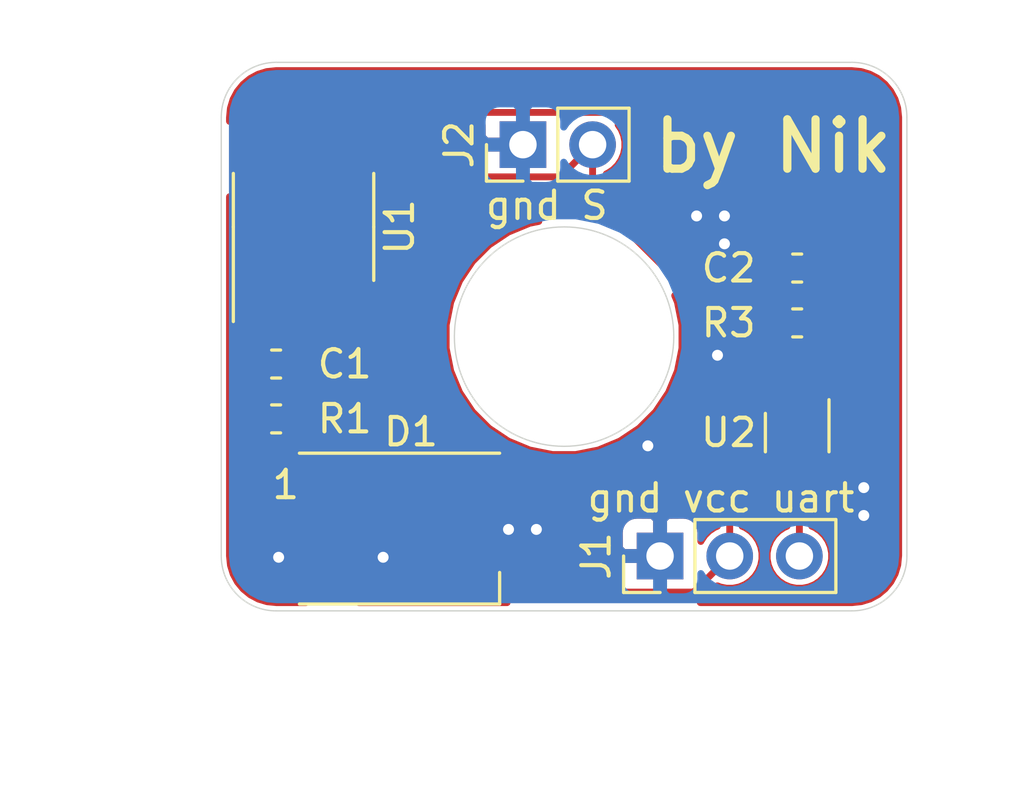
<source format=kicad_pcb>
(kicad_pcb (version 20171130) (host pcbnew 5.1.5)

  (general
    (thickness 1.6)
    (drawings 22)
    (tracks 92)
    (zones 0)
    (modules 9)
    (nets 10)
  )

  (page A4)
  (layers
    (0 F.Cu signal)
    (31 B.Cu signal)
    (32 B.Adhes user)
    (33 F.Adhes user)
    (34 B.Paste user)
    (35 F.Paste user)
    (36 B.SilkS user)
    (37 F.SilkS user)
    (38 B.Mask user)
    (39 F.Mask user)
    (40 Dwgs.User user)
    (41 Cmts.User user)
    (42 Eco1.User user)
    (43 Eco2.User user)
    (44 Edge.Cuts user)
    (45 Margin user)
    (46 B.CrtYd user)
    (47 F.CrtYd user)
    (48 B.Fab user)
    (49 F.Fab user hide)
  )

  (setup
    (last_trace_width 0.25)
    (user_trace_width 0.5)
    (user_trace_width 1)
    (trace_clearance 0.2)
    (zone_clearance 0.15)
    (zone_45_only no)
    (trace_min 0.2)
    (via_size 0.8)
    (via_drill 0.4)
    (via_min_size 0.4)
    (via_min_drill 0.3)
    (uvia_size 0.3)
    (uvia_drill 0.1)
    (uvias_allowed no)
    (uvia_min_size 0.2)
    (uvia_min_drill 0.1)
    (edge_width 0.05)
    (segment_width 0.2)
    (pcb_text_width 0.3)
    (pcb_text_size 1.5 1.5)
    (mod_edge_width 0.12)
    (mod_text_size 1 1)
    (mod_text_width 0.15)
    (pad_size 1.524 1.524)
    (pad_drill 0.762)
    (pad_to_mask_clearance 0.051)
    (solder_mask_min_width 0.25)
    (aux_axis_origin 0 0)
    (visible_elements FFFFFF7F)
    (pcbplotparams
      (layerselection 0x010fc_ffffffff)
      (usegerberextensions false)
      (usegerberattributes false)
      (usegerberadvancedattributes false)
      (creategerberjobfile false)
      (excludeedgelayer true)
      (linewidth 0.100000)
      (plotframeref false)
      (viasonmask false)
      (mode 1)
      (useauxorigin false)
      (hpglpennumber 1)
      (hpglpenspeed 20)
      (hpglpendiameter 15.000000)
      (psnegative false)
      (psa4output false)
      (plotreference true)
      (plotvalue true)
      (plotinvisibletext false)
      (padsonsilk false)
      (subtractmaskfromsilk false)
      (outputformat 1)
      (mirror false)
      (drillshape 0)
      (scaleselection 1)
      (outputdirectory "gerber/"))
  )

  (net 0 "")
  (net 1 VCC)
  (net 2 UART)
  (net 3 SENS+)
  (net 4 "Net-(R1-Pad2)")
  (net 5 "Net-(U1-Pad7)")
  (net 6 "Net-(U1-Pad3)")
  (net 7 "Net-(U1-Pad2)")
  (net 8 "Net-(D1-Pad4)")
  (net 9 GND)

  (net_class Default "This is the default net class."
    (clearance 0.2)
    (trace_width 0.25)
    (via_dia 0.8)
    (via_drill 0.4)
    (uvia_dia 0.3)
    (uvia_drill 0.1)
    (add_net GND)
    (add_net "Net-(D1-Pad4)")
    (add_net "Net-(R1-Pad2)")
    (add_net "Net-(U1-Pad2)")
    (add_net "Net-(U1-Pad3)")
    (add_net "Net-(U1-Pad7)")
    (add_net SENS+)
    (add_net UART)
    (add_net VCC)
  )

  (module Capacitor_SMD:C_0603_1608Metric (layer F.Cu) (tedit 5B301BBE) (tstamp 5DD9E478)
    (at 120 103.5 180)
    (descr "Capacitor SMD 0603 (1608 Metric), square (rectangular) end terminal, IPC_7351 nominal, (Body size source: http://www.tortai-tech.com/upload/download/2011102023233369053.pdf), generated with kicad-footprint-generator")
    (tags capacitor)
    (path /5DDEF0D3)
    (attr smd)
    (fp_text reference C2 (at 2.5 0) (layer F.SilkS)
      (effects (font (size 1 1) (thickness 0.15)))
    )
    (fp_text value C (at 0 1.43) (layer F.Fab)
      (effects (font (size 1 1) (thickness 0.15)))
    )
    (fp_line (start -0.8 0.4) (end -0.8 -0.4) (layer F.Fab) (width 0.1))
    (fp_line (start -0.8 -0.4) (end 0.8 -0.4) (layer F.Fab) (width 0.1))
    (fp_line (start 0.8 -0.4) (end 0.8 0.4) (layer F.Fab) (width 0.1))
    (fp_line (start 0.8 0.4) (end -0.8 0.4) (layer F.Fab) (width 0.1))
    (fp_line (start -0.162779 -0.51) (end 0.162779 -0.51) (layer F.SilkS) (width 0.12))
    (fp_line (start -0.162779 0.51) (end 0.162779 0.51) (layer F.SilkS) (width 0.12))
    (fp_line (start -1.48 0.73) (end -1.48 -0.73) (layer F.CrtYd) (width 0.05))
    (fp_line (start -1.48 -0.73) (end 1.48 -0.73) (layer F.CrtYd) (width 0.05))
    (fp_line (start 1.48 -0.73) (end 1.48 0.73) (layer F.CrtYd) (width 0.05))
    (fp_line (start 1.48 0.73) (end -1.48 0.73) (layer F.CrtYd) (width 0.05))
    (fp_text user %R (at 0 0) (layer F.Fab)
      (effects (font (size 0.4 0.4) (thickness 0.06)))
    )
    (pad 1 smd roundrect (at -0.7875 0 180) (size 0.875 0.95) (layers F.Cu F.Paste F.Mask) (roundrect_rratio 0.25)
      (net 1 VCC))
    (pad 2 smd roundrect (at 0.7875 0 180) (size 0.875 0.95) (layers F.Cu F.Paste F.Mask) (roundrect_rratio 0.25)
      (net 9 GND))
    (model ${KISYS3DMOD}/Capacitor_SMD.3dshapes/C_0603_1608Metric.wrl
      (at (xyz 0 0 0))
      (scale (xyz 1 1 1))
      (rotate (xyz 0 0 0))
    )
  )

  (module LED_SMD:LED_WS2812B_PLCC4_5.0x5.0mm_P3.2mm (layer F.Cu) (tedit 5AA4B285) (tstamp 5DD9DBE7)
    (at 105.5 113)
    (descr https://cdn-shop.adafruit.com/datasheets/WS2812B.pdf)
    (tags "LED RGB NeoPixel")
    (path /5DDE4B29)
    (attr smd)
    (fp_text reference D1 (at 0.418 -3.526) (layer F.SilkS)
      (effects (font (size 1 1) (thickness 0.15)))
    )
    (fp_text value neopx (at 0 4) (layer F.Fab)
      (effects (font (size 1 1) (thickness 0.15)))
    )
    (fp_text user 1 (at -4.15 -1.6) (layer F.SilkS)
      (effects (font (size 1 1) (thickness 0.15)))
    )
    (fp_text user %R (at 0 0) (layer F.Fab)
      (effects (font (size 0.8 0.8) (thickness 0.15)))
    )
    (fp_line (start 3.45 -2.75) (end -3.45 -2.75) (layer F.CrtYd) (width 0.05))
    (fp_line (start 3.45 2.75) (end 3.45 -2.75) (layer F.CrtYd) (width 0.05))
    (fp_line (start -3.45 2.75) (end 3.45 2.75) (layer F.CrtYd) (width 0.05))
    (fp_line (start -3.45 -2.75) (end -3.45 2.75) (layer F.CrtYd) (width 0.05))
    (fp_line (start 2.5 1.5) (end 1.5 2.5) (layer F.Fab) (width 0.1))
    (fp_line (start -2.5 -2.5) (end -2.5 2.5) (layer F.Fab) (width 0.1))
    (fp_line (start -2.5 2.5) (end 2.5 2.5) (layer F.Fab) (width 0.1))
    (fp_line (start 2.5 2.5) (end 2.5 -2.5) (layer F.Fab) (width 0.1))
    (fp_line (start 2.5 -2.5) (end -2.5 -2.5) (layer F.Fab) (width 0.1))
    (fp_line (start -3.65 -2.75) (end 3.65 -2.75) (layer F.SilkS) (width 0.12))
    (fp_line (start -3.65 2.75) (end 3.65 2.75) (layer F.SilkS) (width 0.12))
    (fp_line (start 3.65 2.75) (end 3.65 1.6) (layer F.SilkS) (width 0.12))
    (fp_circle (center 0 0) (end 0 -2) (layer F.Fab) (width 0.1))
    (pad 3 smd rect (at 2.45 1.6) (size 1.5 1) (layers F.Cu F.Paste F.Mask)
      (net 1 VCC))
    (pad 4 smd rect (at 2.45 -1.6) (size 1.5 1) (layers F.Cu F.Paste F.Mask)
      (net 8 "Net-(D1-Pad4)"))
    (pad 2 smd rect (at -2.45 1.6) (size 1.5 1) (layers F.Cu F.Paste F.Mask)
      (net 9 GND))
    (pad 1 smd rect (at -2.45 -1.6) (size 1.5 1) (layers F.Cu F.Paste F.Mask))
    (model ${KISYS3DMOD}/LED_SMD.3dshapes/LED_WS2812B_PLCC4_5.0x5.0mm_P3.2mm.wrl
      (at (xyz 0 0 0))
      (scale (xyz 1 1 1))
      (rotate (xyz 0 0 0))
    )
  )

  (module Capacitor_SMD:C_0603_1608Metric (layer F.Cu) (tedit 5B301BBE) (tstamp 5DD9DBD0)
    (at 101 107)
    (descr "Capacitor SMD 0603 (1608 Metric), square (rectangular) end terminal, IPC_7351 nominal, (Body size source: http://www.tortai-tech.com/upload/download/2011102023233369053.pdf), generated with kicad-footprint-generator")
    (tags capacitor)
    (path /5DDE6C23)
    (attr smd)
    (fp_text reference C1 (at 2.5 0) (layer F.SilkS)
      (effects (font (size 1 1) (thickness 0.15)))
    )
    (fp_text value C (at 0 1.43) (layer F.Fab)
      (effects (font (size 1 1) (thickness 0.15)))
    )
    (fp_line (start -0.8 0.4) (end -0.8 -0.4) (layer F.Fab) (width 0.1))
    (fp_line (start -0.8 -0.4) (end 0.8 -0.4) (layer F.Fab) (width 0.1))
    (fp_line (start 0.8 -0.4) (end 0.8 0.4) (layer F.Fab) (width 0.1))
    (fp_line (start 0.8 0.4) (end -0.8 0.4) (layer F.Fab) (width 0.1))
    (fp_line (start -0.162779 -0.51) (end 0.162779 -0.51) (layer F.SilkS) (width 0.12))
    (fp_line (start -0.162779 0.51) (end 0.162779 0.51) (layer F.SilkS) (width 0.12))
    (fp_line (start -1.48 0.73) (end -1.48 -0.73) (layer F.CrtYd) (width 0.05))
    (fp_line (start -1.48 -0.73) (end 1.48 -0.73) (layer F.CrtYd) (width 0.05))
    (fp_line (start 1.48 -0.73) (end 1.48 0.73) (layer F.CrtYd) (width 0.05))
    (fp_line (start 1.48 0.73) (end -1.48 0.73) (layer F.CrtYd) (width 0.05))
    (fp_text user %R (at 0 0) (layer F.Fab)
      (effects (font (size 0.4 0.4) (thickness 0.06)))
    )
    (pad 1 smd roundrect (at -0.7875 0) (size 0.875 0.95) (layers F.Cu F.Paste F.Mask) (roundrect_rratio 0.25)
      (net 1 VCC))
    (pad 2 smd roundrect (at 0.7875 0) (size 0.875 0.95) (layers F.Cu F.Paste F.Mask) (roundrect_rratio 0.25)
      (net 9 GND))
    (model ${KISYS3DMOD}/Capacitor_SMD.3dshapes/C_0603_1608Metric.wrl
      (at (xyz 0 0 0))
      (scale (xyz 1 1 1))
      (rotate (xyz 0 0 0))
    )
  )

  (module Package_TO_SOT_SMD:SOT-363_SC-70-6 (layer F.Cu) (tedit 5A02FF57) (tstamp 5DD9D83A)
    (at 120 109.5 270)
    (descr "SOT-363, SC-70-6")
    (tags "SOT-363 SC-70-6")
    (path /5DD8382C)
    (attr smd)
    (fp_text reference U2 (at 0 2.5 180) (layer F.SilkS)
      (effects (font (size 1 1) (thickness 0.15)))
    )
    (fp_text value FSA3157P6X (at 0 2 270) (layer F.Fab)
      (effects (font (size 1 1) (thickness 0.15)))
    )
    (fp_text user %R (at 0 0) (layer F.Fab)
      (effects (font (size 0.5 0.5) (thickness 0.075)))
    )
    (fp_line (start 0.7 -1.16) (end -1.2 -1.16) (layer F.SilkS) (width 0.12))
    (fp_line (start -0.7 1.16) (end 0.7 1.16) (layer F.SilkS) (width 0.12))
    (fp_line (start 1.6 1.4) (end 1.6 -1.4) (layer F.CrtYd) (width 0.05))
    (fp_line (start -1.6 -1.4) (end -1.6 1.4) (layer F.CrtYd) (width 0.05))
    (fp_line (start -1.6 -1.4) (end 1.6 -1.4) (layer F.CrtYd) (width 0.05))
    (fp_line (start 0.675 -1.1) (end -0.175 -1.1) (layer F.Fab) (width 0.1))
    (fp_line (start -0.675 -0.6) (end -0.675 1.1) (layer F.Fab) (width 0.1))
    (fp_line (start -1.6 1.4) (end 1.6 1.4) (layer F.CrtYd) (width 0.05))
    (fp_line (start 0.675 -1.1) (end 0.675 1.1) (layer F.Fab) (width 0.1))
    (fp_line (start 0.675 1.1) (end -0.675 1.1) (layer F.Fab) (width 0.1))
    (fp_line (start -0.175 -1.1) (end -0.675 -0.6) (layer F.Fab) (width 0.1))
    (pad 1 smd rect (at -0.95 -0.65 270) (size 0.65 0.4) (layers F.Cu F.Paste F.Mask)
      (net 7 "Net-(U1-Pad2)"))
    (pad 3 smd rect (at -0.95 0.65 270) (size 0.65 0.4) (layers F.Cu F.Paste F.Mask)
      (net 6 "Net-(U1-Pad3)"))
    (pad 5 smd rect (at 0.95 0 270) (size 0.65 0.4) (layers F.Cu F.Paste F.Mask)
      (net 1 VCC))
    (pad 2 smd rect (at -0.95 0 270) (size 0.65 0.4) (layers F.Cu F.Paste F.Mask)
      (net 9 GND))
    (pad 4 smd rect (at 0.95 0.65 270) (size 0.65 0.4) (layers F.Cu F.Paste F.Mask)
      (net 2 UART))
    (pad 6 smd rect (at 0.95 -0.65 270) (size 0.65 0.4) (layers F.Cu F.Paste F.Mask)
      (net 5 "Net-(U1-Pad7)"))
    (model ${KISYS3DMOD}/Package_TO_SOT_SMD.3dshapes/SOT-363_SC-70-6.wrl
      (at (xyz 0 0 0))
      (scale (xyz 1 1 1))
      (rotate (xyz 0 0 0))
    )
  )

  (module Package_SO:SOIC-8_3.9x4.9mm_P1.27mm (layer F.Cu) (tedit 5D9F72B1) (tstamp 5DD9D824)
    (at 102 102 90)
    (descr "SOIC, 8 Pin (JEDEC MS-012AA, https://www.analog.com/media/en/package-pcb-resources/package/pkg_pdf/soic_narrow-r/r_8.pdf), generated with kicad-footprint-generator ipc_gullwing_generator.py")
    (tags "SOIC SO")
    (path /5DD81A21)
    (attr smd)
    (fp_text reference U1 (at 0 3.5 90) (layer F.SilkS)
      (effects (font (size 1 1) (thickness 0.15)))
    )
    (fp_text value ATtiny202-SS (at 0 3.4 90) (layer F.Fab)
      (effects (font (size 1 1) (thickness 0.15)))
    )
    (fp_line (start 0 2.56) (end 1.95 2.56) (layer F.SilkS) (width 0.12))
    (fp_line (start 0 2.56) (end -1.95 2.56) (layer F.SilkS) (width 0.12))
    (fp_line (start 0 -2.56) (end 1.95 -2.56) (layer F.SilkS) (width 0.12))
    (fp_line (start 0 -2.56) (end -3.45 -2.56) (layer F.SilkS) (width 0.12))
    (fp_line (start -0.975 -2.45) (end 1.95 -2.45) (layer F.Fab) (width 0.1))
    (fp_line (start 1.95 -2.45) (end 1.95 2.45) (layer F.Fab) (width 0.1))
    (fp_line (start 1.95 2.45) (end -1.95 2.45) (layer F.Fab) (width 0.1))
    (fp_line (start -1.95 2.45) (end -1.95 -1.475) (layer F.Fab) (width 0.1))
    (fp_line (start -1.95 -1.475) (end -0.975 -2.45) (layer F.Fab) (width 0.1))
    (fp_line (start -3.7 -2.7) (end -3.7 2.7) (layer F.CrtYd) (width 0.05))
    (fp_line (start -3.7 2.7) (end 3.7 2.7) (layer F.CrtYd) (width 0.05))
    (fp_line (start 3.7 2.7) (end 3.7 -2.7) (layer F.CrtYd) (width 0.05))
    (fp_line (start 3.7 -2.7) (end -3.7 -2.7) (layer F.CrtYd) (width 0.05))
    (fp_text user %R (at 0 0 90) (layer F.Fab)
      (effects (font (size 0.98 0.98) (thickness 0.15)))
    )
    (pad 1 smd roundrect (at -2.475 -1.905 90) (size 1.95 0.6) (layers F.Cu F.Paste F.Mask) (roundrect_rratio 0.25)
      (net 1 VCC))
    (pad 2 smd roundrect (at -2.475 -0.635 90) (size 1.95 0.6) (layers F.Cu F.Paste F.Mask) (roundrect_rratio 0.25)
      (net 7 "Net-(U1-Pad2)"))
    (pad 3 smd roundrect (at -2.475 0.635 90) (size 1.95 0.6) (layers F.Cu F.Paste F.Mask) (roundrect_rratio 0.25)
      (net 6 "Net-(U1-Pad3)"))
    (pad 4 smd roundrect (at -2.475 1.905 90) (size 1.95 0.6) (layers F.Cu F.Paste F.Mask) (roundrect_rratio 0.25)
      (net 8 "Net-(D1-Pad4)"))
    (pad 5 smd roundrect (at 2.475 1.905 90) (size 1.95 0.6) (layers F.Cu F.Paste F.Mask) (roundrect_rratio 0.25)
      (net 3 SENS+))
    (pad 6 smd roundrect (at 2.475 0.635 90) (size 1.95 0.6) (layers F.Cu F.Paste F.Mask) (roundrect_rratio 0.25)
      (net 4 "Net-(R1-Pad2)"))
    (pad 7 smd roundrect (at 2.475 -0.635 90) (size 1.95 0.6) (layers F.Cu F.Paste F.Mask) (roundrect_rratio 0.25)
      (net 5 "Net-(U1-Pad7)"))
    (pad 8 smd roundrect (at 2.475 -1.905 90) (size 1.95 0.6) (layers F.Cu F.Paste F.Mask) (roundrect_rratio 0.25)
      (net 9 GND))
    (model ${KISYS3DMOD}/Package_SO.3dshapes/SOIC-8_3.9x4.9mm_P1.27mm.wrl
      (at (xyz 0 0 0))
      (scale (xyz 1 1 1))
      (rotate (xyz 0 0 0))
    )
  )

  (module Resistor_SMD:R_0603_1608Metric (layer F.Cu) (tedit 5B301BBD) (tstamp 5DD9D80A)
    (at 120 105.5 180)
    (descr "Resistor SMD 0603 (1608 Metric), square (rectangular) end terminal, IPC_7351 nominal, (Body size source: http://www.tortai-tech.com/upload/download/2011102023233369053.pdf), generated with kicad-footprint-generator")
    (tags resistor)
    (path /5DDA62F9)
    (attr smd)
    (fp_text reference R3 (at 2.5 0) (layer F.SilkS)
      (effects (font (size 1 1) (thickness 0.15)))
    )
    (fp_text value 10k (at 0 1.43) (layer F.Fab)
      (effects (font (size 1 1) (thickness 0.15)))
    )
    (fp_text user %R (at 0 0) (layer F.Fab)
      (effects (font (size 0.4 0.4) (thickness 0.06)))
    )
    (fp_line (start 1.48 0.73) (end -1.48 0.73) (layer F.CrtYd) (width 0.05))
    (fp_line (start 1.48 -0.73) (end 1.48 0.73) (layer F.CrtYd) (width 0.05))
    (fp_line (start -1.48 -0.73) (end 1.48 -0.73) (layer F.CrtYd) (width 0.05))
    (fp_line (start -1.48 0.73) (end -1.48 -0.73) (layer F.CrtYd) (width 0.05))
    (fp_line (start -0.162779 0.51) (end 0.162779 0.51) (layer F.SilkS) (width 0.12))
    (fp_line (start -0.162779 -0.51) (end 0.162779 -0.51) (layer F.SilkS) (width 0.12))
    (fp_line (start 0.8 0.4) (end -0.8 0.4) (layer F.Fab) (width 0.1))
    (fp_line (start 0.8 -0.4) (end 0.8 0.4) (layer F.Fab) (width 0.1))
    (fp_line (start -0.8 -0.4) (end 0.8 -0.4) (layer F.Fab) (width 0.1))
    (fp_line (start -0.8 0.4) (end -0.8 -0.4) (layer F.Fab) (width 0.1))
    (pad 2 smd roundrect (at 0.7875 0 180) (size 0.875 0.95) (layers F.Cu F.Paste F.Mask) (roundrect_rratio 0.25)
      (net 3 SENS+))
    (pad 1 smd roundrect (at -0.7875 0 180) (size 0.875 0.95) (layers F.Cu F.Paste F.Mask) (roundrect_rratio 0.25)
      (net 1 VCC))
    (model ${KISYS3DMOD}/Resistor_SMD.3dshapes/R_0603_1608Metric.wrl
      (at (xyz 0 0 0))
      (scale (xyz 1 1 1))
      (rotate (xyz 0 0 0))
    )
  )

  (module Resistor_SMD:R_0603_1608Metric (layer F.Cu) (tedit 5B301BBD) (tstamp 5DD9D7E8)
    (at 101 109)
    (descr "Resistor SMD 0603 (1608 Metric), square (rectangular) end terminal, IPC_7351 nominal, (Body size source: http://www.tortai-tech.com/upload/download/2011102023233369053.pdf), generated with kicad-footprint-generator")
    (tags resistor)
    (path /5DD95D9E)
    (attr smd)
    (fp_text reference R1 (at 2.5 0) (layer F.SilkS)
      (effects (font (size 1 1) (thickness 0.15)))
    )
    (fp_text value 10k (at 0 1.43) (layer F.Fab)
      (effects (font (size 1 1) (thickness 0.15)))
    )
    (fp_text user %R (at 0 0) (layer F.Fab)
      (effects (font (size 0.4 0.4) (thickness 0.06)))
    )
    (fp_line (start 1.48 0.73) (end -1.48 0.73) (layer F.CrtYd) (width 0.05))
    (fp_line (start 1.48 -0.73) (end 1.48 0.73) (layer F.CrtYd) (width 0.05))
    (fp_line (start -1.48 -0.73) (end 1.48 -0.73) (layer F.CrtYd) (width 0.05))
    (fp_line (start -1.48 0.73) (end -1.48 -0.73) (layer F.CrtYd) (width 0.05))
    (fp_line (start -0.162779 0.51) (end 0.162779 0.51) (layer F.SilkS) (width 0.12))
    (fp_line (start -0.162779 -0.51) (end 0.162779 -0.51) (layer F.SilkS) (width 0.12))
    (fp_line (start 0.8 0.4) (end -0.8 0.4) (layer F.Fab) (width 0.1))
    (fp_line (start 0.8 -0.4) (end 0.8 0.4) (layer F.Fab) (width 0.1))
    (fp_line (start -0.8 -0.4) (end 0.8 -0.4) (layer F.Fab) (width 0.1))
    (fp_line (start -0.8 0.4) (end -0.8 -0.4) (layer F.Fab) (width 0.1))
    (pad 2 smd roundrect (at 0.7875 0) (size 0.875 0.95) (layers F.Cu F.Paste F.Mask) (roundrect_rratio 0.25)
      (net 4 "Net-(R1-Pad2)"))
    (pad 1 smd roundrect (at -0.7875 0) (size 0.875 0.95) (layers F.Cu F.Paste F.Mask) (roundrect_rratio 0.25)
      (net 1 VCC))
    (model ${KISYS3DMOD}/Resistor_SMD.3dshapes/R_0603_1608Metric.wrl
      (at (xyz 0 0 0))
      (scale (xyz 1 1 1))
      (rotate (xyz 0 0 0))
    )
  )

  (module Connector_PinHeader_2.54mm:PinHeader_1x02_P2.54mm_Vertical (layer F.Cu) (tedit 59FED5CC) (tstamp 5DD9DF27)
    (at 110 99 90)
    (descr "Through hole straight pin header, 1x02, 2.54mm pitch, single row")
    (tags "Through hole pin header THT 1x02 2.54mm single row")
    (path /5DDAEB83)
    (fp_text reference J2 (at 0 -2.33 90) (layer F.SilkS)
      (effects (font (size 1 1) (thickness 0.15)))
    )
    (fp_text value Conn_01x02 (at 0 4.87 90) (layer F.Fab)
      (effects (font (size 1 1) (thickness 0.15)))
    )
    (fp_line (start -0.635 -1.27) (end 1.27 -1.27) (layer F.Fab) (width 0.1))
    (fp_line (start 1.27 -1.27) (end 1.27 3.81) (layer F.Fab) (width 0.1))
    (fp_line (start 1.27 3.81) (end -1.27 3.81) (layer F.Fab) (width 0.1))
    (fp_line (start -1.27 3.81) (end -1.27 -0.635) (layer F.Fab) (width 0.1))
    (fp_line (start -1.27 -0.635) (end -0.635 -1.27) (layer F.Fab) (width 0.1))
    (fp_line (start -1.33 3.87) (end 1.33 3.87) (layer F.SilkS) (width 0.12))
    (fp_line (start -1.33 1.27) (end -1.33 3.87) (layer F.SilkS) (width 0.12))
    (fp_line (start 1.33 1.27) (end 1.33 3.87) (layer F.SilkS) (width 0.12))
    (fp_line (start -1.33 1.27) (end 1.33 1.27) (layer F.SilkS) (width 0.12))
    (fp_line (start -1.33 0) (end -1.33 -1.33) (layer F.SilkS) (width 0.12))
    (fp_line (start -1.33 -1.33) (end 0 -1.33) (layer F.SilkS) (width 0.12))
    (fp_line (start -1.8 -1.8) (end -1.8 4.35) (layer F.CrtYd) (width 0.05))
    (fp_line (start -1.8 4.35) (end 1.8 4.35) (layer F.CrtYd) (width 0.05))
    (fp_line (start 1.8 4.35) (end 1.8 -1.8) (layer F.CrtYd) (width 0.05))
    (fp_line (start 1.8 -1.8) (end -1.8 -1.8) (layer F.CrtYd) (width 0.05))
    (fp_text user %R (at 0 1.27) (layer F.Fab)
      (effects (font (size 1 1) (thickness 0.15)))
    )
    (pad 1 thru_hole rect (at 0 0 90) (size 1.7 1.7) (drill 1) (layers *.Cu *.Mask)
      (net 9 GND))
    (pad 2 thru_hole oval (at 0 2.54 90) (size 1.7 1.7) (drill 1) (layers *.Cu *.Mask)
      (net 3 SENS+))
  )

  (module Connector_PinHeader_2.54mm:PinHeader_1x03_P2.54mm_Vertical (layer F.Cu) (tedit 59FED5CC) (tstamp 5DD9D7AB)
    (at 115 114 90)
    (descr "Through hole straight pin header, 1x03, 2.54mm pitch, single row")
    (tags "Through hole pin header THT 1x03 2.54mm single row")
    (path /5DDAC211)
    (fp_text reference J1 (at 0 -2.33 90) (layer F.SilkS)
      (effects (font (size 1 1) (thickness 0.15)))
    )
    (fp_text value Conn_01x03 (at 0 7.41 90) (layer F.Fab)
      (effects (font (size 1 1) (thickness 0.15)))
    )
    (fp_line (start -0.635 -1.27) (end 1.27 -1.27) (layer F.Fab) (width 0.1))
    (fp_line (start 1.27 -1.27) (end 1.27 6.35) (layer F.Fab) (width 0.1))
    (fp_line (start 1.27 6.35) (end -1.27 6.35) (layer F.Fab) (width 0.1))
    (fp_line (start -1.27 6.35) (end -1.27 -0.635) (layer F.Fab) (width 0.1))
    (fp_line (start -1.27 -0.635) (end -0.635 -1.27) (layer F.Fab) (width 0.1))
    (fp_line (start -1.33 6.41) (end 1.33 6.41) (layer F.SilkS) (width 0.12))
    (fp_line (start -1.33 1.27) (end -1.33 6.41) (layer F.SilkS) (width 0.12))
    (fp_line (start 1.33 1.27) (end 1.33 6.41) (layer F.SilkS) (width 0.12))
    (fp_line (start -1.33 1.27) (end 1.33 1.27) (layer F.SilkS) (width 0.12))
    (fp_line (start -1.33 0) (end -1.33 -1.33) (layer F.SilkS) (width 0.12))
    (fp_line (start -1.33 -1.33) (end 0 -1.33) (layer F.SilkS) (width 0.12))
    (fp_line (start -1.8 -1.8) (end -1.8 6.85) (layer F.CrtYd) (width 0.05))
    (fp_line (start -1.8 6.85) (end 1.8 6.85) (layer F.CrtYd) (width 0.05))
    (fp_line (start 1.8 6.85) (end 1.8 -1.8) (layer F.CrtYd) (width 0.05))
    (fp_line (start 1.8 -1.8) (end -1.8 -1.8) (layer F.CrtYd) (width 0.05))
    (fp_text user %R (at 0 2.54) (layer F.Fab)
      (effects (font (size 1 1) (thickness 0.15)))
    )
    (pad 1 thru_hole rect (at 0 0 90) (size 1.7 1.7) (drill 1) (layers *.Cu *.Mask)
      (net 9 GND))
    (pad 2 thru_hole oval (at 0 2.54 90) (size 1.7 1.7) (drill 1) (layers *.Cu *.Mask)
      (net 1 VCC))
    (pad 3 thru_hole oval (at 0 5.08 90) (size 1.7 1.7) (drill 1) (layers *.Cu *.Mask)
      (net 2 UART))
  )

  (gr_text "gnd vcc uart" (at 117.221 111.887) (layer F.SilkS)
    (effects (font (size 1 1) (thickness 0.15)))
  )
  (gr_text "gnd S" (at 110.871 101.219) (layer F.SilkS)
    (effects (font (size 1 1) (thickness 0.15)))
  )
  (gr_text "by Nik" (at 119.126 99.06) (layer F.SilkS)
    (effects (font (size 1.8 1.8) (thickness 0.3)))
  )
  (gr_circle (center 111.5 106) (end 111.5 110) (layer Edge.Cuts) (width 0.05))
  (gr_circle (center 111.5 106) (end 111.5 110) (layer Margin) (width 0.15))
  (gr_arc (start 101 98) (end 99.211147 97.105574) (angle -26.56505118) (layer Margin) (width 0.15))
  (gr_arc (start 101 98) (end 101 96) (angle -63.43494882) (layer Margin) (width 0.15))
  (gr_arc (start 101 114) (end 99 114) (angle -90) (layer Margin) (width 0.15))
  (gr_arc (start 122 114) (end 122 116) (angle -90) (layer Margin) (width 0.15))
  (gr_arc (start 122 98) (end 124 98) (angle -90) (layer Margin) (width 0.15))
  (gr_line (start 99 114) (end 99 98) (layer Margin) (width 0.15))
  (gr_line (start 122 116) (end 101 116) (layer Margin) (width 0.15))
  (gr_line (start 124 98) (end 124 114) (layer Margin) (width 0.15))
  (gr_line (start 101 96) (end 122 96) (layer Margin) (width 0.15))
  (gr_arc (start 101 98) (end 101 96) (angle -90) (layer Edge.Cuts) (width 0.05))
  (gr_arc (start 101 114) (end 99 114) (angle -90) (layer Edge.Cuts) (width 0.05))
  (gr_arc (start 122 114) (end 122 116) (angle -90) (layer Edge.Cuts) (width 0.05))
  (gr_arc (start 122 98) (end 124 98) (angle -90) (layer Edge.Cuts) (width 0.05))
  (gr_line (start 99 114) (end 99 98) (layer Edge.Cuts) (width 0.05))
  (gr_line (start 122 116) (end 101 116) (layer Edge.Cuts) (width 0.05))
  (gr_line (start 124 98) (end 124 114) (layer Edge.Cuts) (width 0.05))
  (gr_line (start 101 96) (end 122 96) (layer Edge.Cuts) (width 0.05))

  (segment (start 100.2125 109) (end 100.2125 107) (width 0.25) (layer F.Cu) (net 1))
  (segment (start 100.2125 104.5925) (end 100.095 104.475) (width 0.25) (layer F.Cu) (net 1))
  (segment (start 100.2125 107) (end 100.2125 104.5925) (width 0.25) (layer F.Cu) (net 1))
  (segment (start 117.54 114) (end 117.54 110.298) (width 0.25) (layer F.Cu) (net 1))
  (segment (start 117.54 110.298) (end 118.364 109.474) (width 0.25) (layer F.Cu) (net 1))
  (segment (start 118.364 109.474) (end 119.634 109.474) (width 0.25) (layer F.Cu) (net 1))
  (segment (start 120 109.84) (end 120 110.45) (width 0.25) (layer F.Cu) (net 1))
  (segment (start 119.634 109.474) (end 120 109.84) (width 0.25) (layer F.Cu) (net 1))
  (segment (start 121.175001 109.135001) (end 121.175001 107.459001) (width 0.25) (layer F.Cu) (net 1))
  (segment (start 119.634 109.474) (end 120.836002 109.474) (width 0.25) (layer F.Cu) (net 1))
  (segment (start 120.836002 109.474) (end 121.175001 109.135001) (width 0.25) (layer F.Cu) (net 1))
  (segment (start 120.7875 107.0715) (end 120.7875 105.5) (width 0.25) (layer F.Cu) (net 1))
  (segment (start 121.175001 107.459001) (end 120.7875 107.0715) (width 0.25) (layer F.Cu) (net 1))
  (segment (start 120.7875 105.5) (end 120.7875 103.5) (width 0.25) (layer F.Cu) (net 1))
  (segment (start 117.54 114) (end 116.224 115.316) (width 0.25) (layer F.Cu) (net 1))
  (segment (start 116.224 115.316) (end 109.666 115.316) (width 0.25) (layer F.Cu) (net 1))
  (segment (start 108.95 114.6) (end 107.95 114.6) (width 0.25) (layer F.Cu) (net 1))
  (segment (start 109.666 115.316) (end 108.95 114.6) (width 0.25) (layer F.Cu) (net 1))
  (segment (start 100.2125 109) (end 100.2125 111.6425) (width 0.25) (layer F.Cu) (net 1))
  (segment (start 100.2125 111.6425) (end 101.6 113.03) (width 0.25) (layer F.Cu) (net 1))
  (segment (start 101.6 113.03) (end 105.41 113.03) (width 0.25) (layer F.Cu) (net 1))
  (segment (start 105.41 113.03) (end 105.918 113.538) (width 0.25) (layer F.Cu) (net 1))
  (segment (start 105.918 113.538) (end 105.918 114.3) (width 0.25) (layer F.Cu) (net 1))
  (segment (start 106.218 114.6) (end 107.95 114.6) (width 0.25) (layer F.Cu) (net 1))
  (segment (start 105.918 114.3) (end 106.218 114.6) (width 0.25) (layer F.Cu) (net 1))
  (segment (start 119.35 110.45) (end 119.35 111.476) (width 0.25) (layer F.Cu) (net 2))
  (segment (start 120.08 112.206) (end 120.08 114) (width 0.25) (layer F.Cu) (net 2))
  (segment (start 119.35 111.476) (end 120.08 112.206) (width 0.25) (layer F.Cu) (net 2))
  (segment (start 118.775 105.5) (end 119.2125 105.5) (width 0.25) (layer F.Cu) (net 3))
  (segment (start 117.837919 105.5) (end 118.775 105.5) (width 0.25) (layer F.Cu) (net 3))
  (segment (start 112.54 100.202081) (end 117.837919 105.5) (width 0.25) (layer F.Cu) (net 3))
  (segment (start 112.54 99) (end 112.54 100.202081) (width 0.25) (layer F.Cu) (net 3))
  (segment (start 104.555001 100.175001) (end 111.364999 100.175001) (width 0.25) (layer F.Cu) (net 3))
  (segment (start 111.364999 100.175001) (end 111.690001 99.849999) (width 0.25) (layer F.Cu) (net 3))
  (segment (start 103.905 99.525) (end 104.555001 100.175001) (width 0.25) (layer F.Cu) (net 3))
  (segment (start 111.690001 99.849999) (end 112.54 99) (width 0.25) (layer F.Cu) (net 3))
  (segment (start 100.72001 102.35158) (end 102.175599 100.895991) (width 0.25) (layer F.Cu) (net 4))
  (segment (start 100.72001 106.05401) (end 100.72001 102.35158) (width 0.25) (layer F.Cu) (net 4))
  (segment (start 100.97501 106.30901) (end 100.72001 106.05401) (width 0.25) (layer F.Cu) (net 4))
  (segment (start 101.7875 108.1375) (end 101.6 107.95) (width 0.25) (layer F.Cu) (net 4))
  (segment (start 102.635 100.62299) (end 102.635 99.525) (width 0.25) (layer F.Cu) (net 4))
  (segment (start 101.7875 109) (end 101.7875 108.1375) (width 0.25) (layer F.Cu) (net 4))
  (segment (start 102.175599 100.895991) (end 102.362 100.89599) (width 0.25) (layer F.Cu) (net 4))
  (segment (start 101.6 107.95) (end 101.092 107.95) (width 0.25) (layer F.Cu) (net 4))
  (segment (start 100.97501 107.83301) (end 100.97501 106.30901) (width 0.25) (layer F.Cu) (net 4))
  (segment (start 102.362 100.89599) (end 102.635 100.62299) (width 0.25) (layer F.Cu) (net 4))
  (segment (start 101.092 107.95) (end 100.97501 107.83301) (width 0.25) (layer F.Cu) (net 4))
  (segment (start 121.1 110.45) (end 120.65 110.45) (width 0.25) (layer F.Cu) (net 5))
  (segment (start 121.625011 109.924989) (end 121.1 110.45) (width 0.25) (layer F.Cu) (net 5))
  (segment (start 121.625011 103.093517) (end 121.625011 109.924989) (width 0.25) (layer F.Cu) (net 5))
  (segment (start 116.356493 97.824999) (end 121.625011 103.093517) (width 0.25) (layer F.Cu) (net 5))
  (segment (start 102.688233 97.824999) (end 116.356493 97.824999) (width 0.25) (layer F.Cu) (net 5))
  (segment (start 102.00999 98.503242) (end 102.688233 97.824999) (width 0.25) (layer F.Cu) (net 5))
  (segment (start 102.00999 98.88001) (end 102.00999 98.503242) (width 0.25) (layer F.Cu) (net 5))
  (segment (start 101.365 99.525) (end 102.00999 98.88001) (width 0.25) (layer F.Cu) (net 5))
  (segment (start 102.96001 103.17499) (end 102.635 103.5) (width 0.25) (layer F.Cu) (net 6))
  (segment (start 114.554 111.252) (end 109.728 111.252) (width 0.25) (layer F.Cu) (net 6))
  (segment (start 119.126 107.751) (end 118.055 107.751) (width 0.25) (layer F.Cu) (net 6))
  (segment (start 119.35 107.975) (end 119.126 107.751) (width 0.25) (layer F.Cu) (net 6))
  (segment (start 104.251758 103.17499) (end 102.96001 103.17499) (width 0.25) (layer F.Cu) (net 6))
  (segment (start 118.055 107.751) (end 114.554 111.252) (width 0.25) (layer F.Cu) (net 6))
  (segment (start 119.35 108.55) (end 119.35 107.975) (width 0.25) (layer F.Cu) (net 6))
  (segment (start 102.635 103.5) (end 102.635 104.475) (width 0.25) (layer F.Cu) (net 6))
  (segment (start 109.728 111.252) (end 108.712 110.236) (width 0.25) (layer F.Cu) (net 6))
  (segment (start 106.934 110.236) (end 104.902 108.204) (width 0.25) (layer F.Cu) (net 6))
  (segment (start 104.902 108.204) (end 104.902 103.825232) (width 0.25) (layer F.Cu) (net 6))
  (segment (start 108.712 110.236) (end 106.934 110.236) (width 0.25) (layer F.Cu) (net 6))
  (segment (start 104.902 103.825232) (end 104.251758 103.17499) (width 0.25) (layer F.Cu) (net 6))
  (segment (start 101.365 102.343) (end 101.365 103.5) (width 0.25) (layer F.Cu) (net 7))
  (segment (start 101.365 103.5) (end 101.365 104.475) (width 0.25) (layer F.Cu) (net 7))
  (segment (start 102.362 101.346) (end 101.365 102.343) (width 0.25) (layer F.Cu) (net 7))
  (segment (start 113.00303 101.346) (end 102.362 101.346) (width 0.25) (layer F.Cu) (net 7))
  (segment (start 120.142 106.426) (end 118.11 106.426) (width 0.25) (layer F.Cu) (net 7))
  (segment (start 120.33749 106.62149) (end 120.142 106.426) (width 0.25) (layer F.Cu) (net 7))
  (segment (start 118.11 106.426) (end 113.00303 101.346) (width 0.25) (layer F.Cu) (net 7))
  (segment (start 120.65 107.57041) (end 120.33749 107.2579) (width 0.25) (layer F.Cu) (net 7))
  (segment (start 120.65 108.55) (end 120.65 107.57041) (width 0.25) (layer F.Cu) (net 7))
  (segment (start 120.33749 107.2579) (end 120.33749 106.62149) (width 0.25) (layer F.Cu) (net 7))
  (segment (start 107.95 111.4) (end 105.558 111.4) (width 0.25) (layer F.Cu) (net 8))
  (segment (start 103.905 109.747) (end 103.905 104.475) (width 0.25) (layer F.Cu) (net 8))
  (segment (start 105.558 111.4) (end 103.905 109.747) (width 0.25) (layer F.Cu) (net 8))
  (via (at 109.474 113.03) (size 0.8) (drill 0.4) (layers F.Cu B.Cu) (net 9))
  (via (at 110.49 113.03) (size 0.8) (drill 0.4) (layers F.Cu B.Cu) (net 9))
  (via (at 122.428 112.522) (size 0.8) (drill 0.4) (layers F.Cu B.Cu) (net 9))
  (via (at 122.428 111.506) (size 0.8) (drill 0.4) (layers F.Cu B.Cu) (net 9))
  (via (at 117.348 101.6) (size 0.8) (drill 0.4) (layers F.Cu B.Cu) (net 9))
  (via (at 117.348 102.616) (size 0.8) (drill 0.4) (layers F.Cu B.Cu) (net 9))
  (via (at 116.332 101.6) (size 0.8) (drill 0.4) (layers F.Cu B.Cu) (net 9))
  (via (at 104.902 114.046) (size 0.8) (drill 0.4) (layers F.Cu B.Cu) (net 9))
  (via (at 101.092 114.046) (size 0.8) (drill 0.4) (layers F.Cu B.Cu) (net 9))
  (via (at 117.094 106.68) (size 0.8) (drill 0.4) (layers F.Cu B.Cu) (net 9))
  (via (at 114.554 109.982) (size 0.8) (drill 0.4) (layers F.Cu B.Cu) (net 9))

  (zone (net 9) (net_name GND) (layer F.Cu) (tstamp 5DD976B0) (hatch edge 0.508)
    (connect_pads (clearance 0.15))
    (min_thickness 0.254)
    (fill yes (arc_segments 32) (thermal_gap 0.508) (thermal_bridge_width 0.508))
    (polygon
      (pts
        (xy 127.508 121.158) (xy 94.996 119.126) (xy 98.044 94.488) (xy 126.746 94.488)
      )
    )
    (filled_polygon
      (pts
        (xy 122.329529 96.335759) (xy 122.646504 96.431459) (xy 122.938858 96.586907) (xy 123.195448 96.796177) (xy 123.406505 97.051301)
        (xy 123.563988 97.342559) (xy 123.661899 97.658859) (xy 123.698 98.002335) (xy 123.698001 113.985216) (xy 123.664241 114.329529)
        (xy 123.568539 114.646509) (xy 123.413093 114.938858) (xy 123.203825 115.195446) (xy 122.948699 115.406506) (xy 122.657441 115.563988)
        (xy 122.341141 115.661899) (xy 121.997665 115.698) (xy 116.468182 115.698) (xy 116.476333 115.693643) (xy 116.545159 115.637159)
        (xy 116.559323 115.6199) (xy 117.091162 115.088061) (xy 117.196682 115.131769) (xy 117.424076 115.177) (xy 117.655924 115.177)
        (xy 117.883318 115.131769) (xy 118.097519 115.043044) (xy 118.290294 114.914236) (xy 118.454236 114.750294) (xy 118.583044 114.557519)
        (xy 118.671769 114.343318) (xy 118.717 114.115924) (xy 118.717 113.884076) (xy 118.671769 113.656682) (xy 118.583044 113.442481)
        (xy 118.454236 113.249706) (xy 118.290294 113.085764) (xy 118.097519 112.956956) (xy 117.992 112.913249) (xy 117.992 110.485223)
        (xy 118.551224 109.926) (xy 118.890294 109.926) (xy 118.876794 109.94245) (xy 118.84643 109.999257) (xy 118.827732 110.060897)
        (xy 118.821418 110.125) (xy 118.821418 110.775) (xy 118.827732 110.839103) (xy 118.84643 110.900743) (xy 118.876794 110.95755)
        (xy 118.898001 110.983391) (xy 118.898001 111.453785) (xy 118.895813 111.476) (xy 118.90454 111.564607) (xy 118.930386 111.649809)
        (xy 118.938348 111.664705) (xy 118.972358 111.728333) (xy 119.028842 111.797159) (xy 119.046096 111.811319) (xy 119.628 112.393224)
        (xy 119.628 112.913248) (xy 119.522481 112.956956) (xy 119.329706 113.085764) (xy 119.165764 113.249706) (xy 119.036956 113.442481)
        (xy 118.948231 113.656682) (xy 118.903 113.884076) (xy 118.903 114.115924) (xy 118.948231 114.343318) (xy 119.036956 114.557519)
        (xy 119.165764 114.750294) (xy 119.329706 114.914236) (xy 119.522481 115.043044) (xy 119.736682 115.131769) (xy 119.964076 115.177)
        (xy 120.195924 115.177) (xy 120.423318 115.131769) (xy 120.637519 115.043044) (xy 120.830294 114.914236) (xy 120.994236 114.750294)
        (xy 121.123044 114.557519) (xy 121.211769 114.343318) (xy 121.257 114.115924) (xy 121.257 113.884076) (xy 121.211769 113.656682)
        (xy 121.123044 113.442481) (xy 120.994236 113.249706) (xy 120.830294 113.085764) (xy 120.637519 112.956956) (xy 120.532 112.913249)
        (xy 120.532 112.228205) (xy 120.534187 112.206) (xy 120.52546 112.117392) (xy 120.499614 112.03219) (xy 120.463221 111.964103)
        (xy 120.457643 111.953667) (xy 120.401159 111.884841) (xy 120.383906 111.870682) (xy 119.802 111.288777) (xy 119.802 111.103582)
        (xy 120.2 111.103582) (xy 120.264103 111.097268) (xy 120.325 111.078795) (xy 120.385897 111.097268) (xy 120.45 111.103582)
        (xy 120.85 111.103582) (xy 120.914103 111.097268) (xy 120.975743 111.07857) (xy 121.03255 111.048206) (xy 121.082343 111.007343)
        (xy 121.123206 110.95755) (xy 121.15357 110.900743) (xy 121.154143 110.898854) (xy 121.188607 110.89546) (xy 121.27381 110.869614)
        (xy 121.352333 110.827643) (xy 121.421159 110.771159) (xy 121.435323 110.7539) (xy 121.928916 110.260308) (xy 121.94617 110.246148)
        (xy 122.002654 110.177322) (xy 122.044625 110.098799) (xy 122.05573 110.06219) (xy 122.070471 110.013597) (xy 122.079198 109.924989)
        (xy 122.077011 109.902784) (xy 122.077011 103.115722) (xy 122.079198 103.093517) (xy 122.070471 103.004909) (xy 122.044625 102.919707)
        (xy 122.009414 102.853832) (xy 122.002654 102.841184) (xy 121.94617 102.772358) (xy 121.928917 102.758199) (xy 116.691816 97.521099)
        (xy 116.677652 97.50384) (xy 116.608826 97.447356) (xy 116.530303 97.405385) (xy 116.4451 97.379539) (xy 116.378698 97.372999)
        (xy 116.356493 97.370812) (xy 116.334288 97.372999) (xy 102.710435 97.372999) (xy 102.688232 97.370812) (xy 102.666029 97.372999)
        (xy 102.666028 97.372999) (xy 102.599626 97.379539) (xy 102.514423 97.405385) (xy 102.4359 97.447356) (xy 102.367074 97.50384)
        (xy 102.352918 97.521089) (xy 101.706085 98.167924) (xy 101.688832 98.182083) (xy 101.661795 98.215028) (xy 101.640904 98.240484)
        (xy 101.608367 98.230614) (xy 101.515 98.221418) (xy 101.215 98.221418) (xy 101.121633 98.230614) (xy 101.031855 98.257848)
        (xy 100.975081 98.288194) (xy 100.925537 98.195506) (xy 100.846185 98.098815) (xy 100.749494 98.019463) (xy 100.63918 97.960498)
        (xy 100.519482 97.924188) (xy 100.395 97.911928) (xy 100.38075 97.915) (xy 100.222 98.07375) (xy 100.222 99.398)
        (xy 100.242 99.398) (xy 100.242 99.652) (xy 100.222 99.652) (xy 100.222 100.97625) (xy 100.38075 101.135)
        (xy 100.395 101.138072) (xy 100.519482 101.125812) (xy 100.63918 101.089502) (xy 100.749494 101.030537) (xy 100.846185 100.951185)
        (xy 100.925537 100.854494) (xy 100.975081 100.761806) (xy 101.031855 100.792152) (xy 101.121633 100.819386) (xy 101.215 100.828582)
        (xy 101.515 100.828582) (xy 101.608367 100.819386) (xy 101.614989 100.817377) (xy 100.416106 102.016261) (xy 100.398852 102.030421)
        (xy 100.349409 102.090668) (xy 100.342368 102.099247) (xy 100.300396 102.177771) (xy 100.27455 102.262973) (xy 100.265823 102.35158)
        (xy 100.268011 102.373795) (xy 100.268011 103.173684) (xy 100.245 103.171418) (xy 99.945 103.171418) (xy 99.851633 103.180614)
        (xy 99.761855 103.207848) (xy 99.679114 103.252074) (xy 99.606591 103.311591) (xy 99.547074 103.384114) (xy 99.502848 103.466855)
        (xy 99.475614 103.556633) (xy 99.466418 103.65) (xy 99.466418 105.3) (xy 99.475614 105.393367) (xy 99.502848 105.483145)
        (xy 99.547074 105.565886) (xy 99.606591 105.638409) (xy 99.679114 105.697926) (xy 99.760501 105.741428) (xy 99.7605 106.2508)
        (xy 99.689669 106.28866) (xy 99.606728 106.356728) (xy 99.53866 106.439669) (xy 99.488081 106.534295) (xy 99.456935 106.636971)
        (xy 99.446418 106.74375) (xy 99.446418 107.25625) (xy 99.456935 107.363029) (xy 99.488081 107.465705) (xy 99.53866 107.560331)
        (xy 99.606728 107.643272) (xy 99.689669 107.71134) (xy 99.760501 107.749201) (xy 99.7605 108.2508) (xy 99.689669 108.28866)
        (xy 99.606728 108.356728) (xy 99.53866 108.439669) (xy 99.488081 108.534295) (xy 99.456935 108.636971) (xy 99.446418 108.74375)
        (xy 99.446418 109.25625) (xy 99.456935 109.363029) (xy 99.488081 109.465705) (xy 99.53866 109.560331) (xy 99.606728 109.643272)
        (xy 99.689669 109.71134) (xy 99.7605 109.7492) (xy 99.760501 111.620285) (xy 99.758313 111.6425) (xy 99.76704 111.731107)
        (xy 99.792886 111.816309) (xy 99.813132 111.854187) (xy 99.834858 111.894833) (xy 99.891342 111.963659) (xy 99.908596 111.977819)
        (xy 101.264685 113.33391) (xy 101.278841 113.351159) (xy 101.347667 113.407643) (xy 101.42619 113.449614) (xy 101.491562 113.469444)
        (xy 101.511392 113.47546) (xy 101.599999 113.484187) (xy 101.622204 113.482) (xy 102.149765 113.482) (xy 102.05582 113.510498)
        (xy 101.945506 113.569463) (xy 101.848815 113.648815) (xy 101.769463 113.745506) (xy 101.710498 113.85582) (xy 101.674188 113.975518)
        (xy 101.661928 114.1) (xy 101.665 114.31425) (xy 101.82375 114.473) (xy 102.923 114.473) (xy 102.923 114.453)
        (xy 103.177 114.453) (xy 103.177 114.473) (xy 104.27625 114.473) (xy 104.435 114.31425) (xy 104.438072 114.1)
        (xy 104.425812 113.975518) (xy 104.389502 113.85582) (xy 104.330537 113.745506) (xy 104.251185 113.648815) (xy 104.154494 113.569463)
        (xy 104.04418 113.510498) (xy 103.950235 113.482) (xy 105.222776 113.482) (xy 105.466 113.725225) (xy 105.466001 114.277785)
        (xy 105.463813 114.3) (xy 105.47254 114.388607) (xy 105.498386 114.473809) (xy 105.505663 114.487423) (xy 105.540358 114.552333)
        (xy 105.596842 114.621159) (xy 105.614095 114.635318) (xy 105.882681 114.903905) (xy 105.896841 114.921159) (xy 105.965667 114.977643)
        (xy 106.043967 115.019495) (xy 106.04419 115.019614) (xy 106.129392 115.04546) (xy 106.217999 115.054187) (xy 106.240204 115.052)
        (xy 106.871418 115.052) (xy 106.871418 115.1) (xy 106.877732 115.164103) (xy 106.89643 115.225743) (xy 106.926794 115.28255)
        (xy 106.967657 115.332343) (xy 107.01745 115.373206) (xy 107.074257 115.40357) (xy 107.135897 115.422268) (xy 107.2 115.428582)
        (xy 108.7 115.428582) (xy 108.764103 115.422268) (xy 108.825743 115.40357) (xy 108.88255 115.373206) (xy 108.932343 115.332343)
        (xy 108.973206 115.28255) (xy 108.980215 115.269438) (xy 109.330681 115.619905) (xy 109.344841 115.637159) (xy 109.413667 115.693643)
        (xy 109.421818 115.698) (xy 104.016166 115.698) (xy 104.04418 115.689502) (xy 104.154494 115.630537) (xy 104.251185 115.551185)
        (xy 104.330537 115.454494) (xy 104.389502 115.34418) (xy 104.425812 115.224482) (xy 104.438072 115.1) (xy 104.435 114.88575)
        (xy 104.27625 114.727) (xy 103.177 114.727) (xy 103.177 114.747) (xy 102.923 114.747) (xy 102.923 114.727)
        (xy 101.82375 114.727) (xy 101.665 114.88575) (xy 101.661928 115.1) (xy 101.674188 115.224482) (xy 101.710498 115.34418)
        (xy 101.769463 115.454494) (xy 101.848815 115.551185) (xy 101.945506 115.630537) (xy 102.05582 115.689502) (xy 102.083834 115.698)
        (xy 101.014774 115.698) (xy 100.670471 115.664241) (xy 100.353491 115.568539) (xy 100.061142 115.413093) (xy 99.804554 115.203825)
        (xy 99.593494 114.948699) (xy 99.436012 114.657441) (xy 99.338101 114.341141) (xy 99.302 113.997665) (xy 99.302 100.900233)
        (xy 99.343815 100.951185) (xy 99.440506 101.030537) (xy 99.55082 101.089502) (xy 99.670518 101.125812) (xy 99.795 101.138072)
        (xy 99.80925 101.135) (xy 99.968 100.97625) (xy 99.968 99.652) (xy 99.948 99.652) (xy 99.948 99.398)
        (xy 99.968 99.398) (xy 99.968 98.07375) (xy 99.80925 97.915) (xy 99.795 97.911928) (xy 99.670518 97.924188)
        (xy 99.55082 97.960498) (xy 99.440506 98.019463) (xy 99.343815 98.098815) (xy 99.302 98.149767) (xy 99.302 98.014774)
        (xy 99.335759 97.670471) (xy 99.431459 97.353496) (xy 99.586907 97.061142) (xy 99.796177 96.804552) (xy 100.051301 96.593495)
        (xy 100.342559 96.436012) (xy 100.658859 96.338101) (xy 101.002335 96.302) (xy 121.985226 96.302)
      )
    )
    (filled_polygon
      (pts
        (xy 110.24539 101.864104) (xy 109.462623 102.188336) (xy 108.758152 102.659049) (xy 108.159049 103.258152) (xy 107.688336 103.962623)
        (xy 107.364104 104.74539) (xy 107.198812 105.57637) (xy 107.198812 106.42363) (xy 107.364104 107.25461) (xy 107.688336 108.037377)
        (xy 108.159049 108.741848) (xy 108.758152 109.340951) (xy 109.462623 109.811664) (xy 110.24539 110.135896) (xy 111.07637 110.301188)
        (xy 111.92363 110.301188) (xy 112.75461 110.135896) (xy 113.537377 109.811664) (xy 114.241848 109.340951) (xy 114.840951 108.741848)
        (xy 115.311664 108.037377) (xy 115.635896 107.25461) (xy 115.801188 106.42363) (xy 115.801188 105.57637) (xy 115.635896 104.74539)
        (xy 115.535234 104.50237) (xy 117.775068 106.730376) (xy 117.788841 106.747159) (xy 117.806551 106.761693) (xy 117.806977 106.762117)
        (xy 117.823731 106.775793) (xy 117.857667 106.803643) (xy 117.8582 106.803928) (xy 117.858667 106.804309) (xy 117.897345 106.824851)
        (xy 117.93619 106.845614) (xy 117.93677 106.84579) (xy 117.937301 106.846072) (xy 117.979301 106.858691) (xy 118.021393 106.87146)
        (xy 118.021993 106.871519) (xy 118.022572 106.871693) (xy 118.066233 106.875876) (xy 118.087795 106.878) (xy 118.088397 106.878)
        (xy 118.111202 106.880185) (xy 118.132802 106.878) (xy 119.885491 106.878) (xy 119.88549 107.235694) (xy 119.883303 107.2579)
        (xy 119.89203 107.346507) (xy 119.90603 107.392659) (xy 119.917876 107.431709) (xy 119.959847 107.510232) (xy 120.016331 107.579059)
        (xy 120.03359 107.593223) (xy 120.131058 107.690692) (xy 120.073 107.74875) (xy 120.073 108.423) (xy 120.121418 108.423)
        (xy 120.121418 108.677) (xy 120.073 108.677) (xy 120.073 108.697) (xy 119.927 108.697) (xy 119.927 108.677)
        (xy 119.878582 108.677) (xy 119.878582 108.423) (xy 119.927 108.423) (xy 119.927 107.74875) (xy 119.76825 107.59)
        (xy 119.660098 107.602454) (xy 119.627464 107.613241) (xy 119.461323 107.4471) (xy 119.447159 107.429841) (xy 119.378333 107.373357)
        (xy 119.29981 107.331386) (xy 119.214607 107.30554) (xy 119.148205 107.299) (xy 119.126 107.296813) (xy 119.103795 107.299)
        (xy 118.077205 107.299) (xy 118.055 107.296813) (xy 117.966392 107.30554) (xy 117.914904 107.321159) (xy 117.88119 107.331386)
        (xy 117.802667 107.373357) (xy 117.733841 107.429841) (xy 117.719681 107.447095) (xy 114.366777 110.8) (xy 109.915224 110.8)
        (xy 109.047323 109.9321) (xy 109.033159 109.914841) (xy 108.964333 109.858357) (xy 108.88581 109.816386) (xy 108.800607 109.79054)
        (xy 108.734205 109.784) (xy 108.712 109.781813) (xy 108.689795 109.784) (xy 107.121224 109.784) (xy 105.354 108.016777)
        (xy 105.354 103.847436) (xy 105.356187 103.825231) (xy 105.34746 103.736624) (xy 105.321614 103.651422) (xy 105.279642 103.572898)
        (xy 105.223159 103.504073) (xy 105.205905 103.489913) (xy 104.587081 102.87109) (xy 104.572917 102.853831) (xy 104.504091 102.797347)
        (xy 104.425568 102.755376) (xy 104.340365 102.72953) (xy 104.273963 102.72299) (xy 104.251758 102.720803) (xy 104.229553 102.72299)
        (xy 102.982215 102.72299) (xy 102.96001 102.720803) (xy 102.871402 102.72953) (xy 102.7862 102.755376) (xy 102.707677 102.797347)
        (xy 102.638851 102.853831) (xy 102.624691 102.871085) (xy 102.3311 103.164677) (xy 102.313841 103.178841) (xy 102.2808 103.219102)
        (xy 102.219114 103.252074) (xy 102.146591 103.311591) (xy 102.087074 103.384114) (xy 102.042848 103.466855) (xy 102.015614 103.556633)
        (xy 102.006418 103.65) (xy 102.006418 105.3) (xy 102.015614 105.393367) (xy 102.042848 105.483145) (xy 102.087074 105.565886)
        (xy 102.146591 105.638409) (xy 102.219114 105.697926) (xy 102.301855 105.742152) (xy 102.391633 105.769386) (xy 102.485 105.778582)
        (xy 102.785 105.778582) (xy 102.878367 105.769386) (xy 102.968145 105.742152) (xy 103.050886 105.697926) (xy 103.123409 105.638409)
        (xy 103.182926 105.565886) (xy 103.227152 105.483145) (xy 103.254386 105.393367) (xy 103.263582 105.3) (xy 103.263582 103.65)
        (xy 103.261316 103.62699) (xy 103.278684 103.62699) (xy 103.276418 103.65) (xy 103.276418 105.3) (xy 103.285614 105.393367)
        (xy 103.312848 105.483145) (xy 103.357074 105.565886) (xy 103.416591 105.638409) (xy 103.453001 105.668289) (xy 103.453 109.724795)
        (xy 103.450813 109.747) (xy 103.45954 109.835607) (xy 103.479282 109.900687) (xy 103.485386 109.920809) (xy 103.527357 109.999332)
        (xy 103.583841 110.068159) (xy 103.6011 110.082323) (xy 105.222681 111.703905) (xy 105.236841 111.721159) (xy 105.305667 111.777643)
        (xy 105.378007 111.816309) (xy 105.38419 111.819614) (xy 105.469392 111.84546) (xy 105.557999 111.854187) (xy 105.580204 111.852)
        (xy 106.871418 111.852) (xy 106.871418 111.9) (xy 106.877732 111.964103) (xy 106.89643 112.025743) (xy 106.926794 112.08255)
        (xy 106.967657 112.132343) (xy 107.01745 112.173206) (xy 107.074257 112.20357) (xy 107.135897 112.222268) (xy 107.2 112.228582)
        (xy 108.7 112.228582) (xy 108.764103 112.222268) (xy 108.825743 112.20357) (xy 108.88255 112.173206) (xy 108.932343 112.132343)
        (xy 108.973206 112.08255) (xy 109.00357 112.025743) (xy 109.022268 111.964103) (xy 109.028582 111.9) (xy 109.028582 111.191806)
        (xy 109.392681 111.555905) (xy 109.406841 111.573159) (xy 109.475667 111.629643) (xy 109.541264 111.664705) (xy 109.55419 111.671614)
        (xy 109.639392 111.69746) (xy 109.728 111.706187) (xy 109.750205 111.704) (xy 114.531795 111.704) (xy 114.554 111.706187)
        (xy 114.576205 111.704) (xy 114.642607 111.69746) (xy 114.72781 111.671614) (xy 114.806333 111.629643) (xy 114.875159 111.573159)
        (xy 114.889323 111.5559) (xy 118.242224 108.203) (xy 118.823585 108.203) (xy 118.821418 108.225) (xy 118.821418 108.875)
        (xy 118.827732 108.939103) (xy 118.84643 109.000743) (xy 118.857792 109.022) (xy 118.386205 109.022) (xy 118.364 109.019813)
        (xy 118.275392 109.02854) (xy 118.216536 109.046394) (xy 118.19019 109.054386) (xy 118.111667 109.096357) (xy 118.042841 109.152841)
        (xy 118.028681 109.170095) (xy 117.236096 109.962681) (xy 117.218842 109.976841) (xy 117.174899 110.030386) (xy 117.162358 110.045667)
        (xy 117.120386 110.124191) (xy 117.09454 110.209393) (xy 117.085813 110.298) (xy 117.088001 110.320215) (xy 117.088 112.913248)
        (xy 116.982481 112.956956) (xy 116.789706 113.085764) (xy 116.625764 113.249706) (xy 116.496956 113.442481) (xy 116.48634 113.46811)
        (xy 116.488072 113.15) (xy 116.475812 113.025518) (xy 116.439502 112.90582) (xy 116.380537 112.795506) (xy 116.301185 112.698815)
        (xy 116.204494 112.619463) (xy 116.09418 112.560498) (xy 115.974482 112.524188) (xy 115.85 112.511928) (xy 115.28575 112.515)
        (xy 115.127 112.67375) (xy 115.127 113.873) (xy 115.147 113.873) (xy 115.147 114.127) (xy 115.127 114.127)
        (xy 115.127 114.147) (xy 114.873 114.147) (xy 114.873 114.127) (xy 113.67375 114.127) (xy 113.515 114.28575)
        (xy 113.511928 114.85) (xy 113.513307 114.864) (xy 109.853224 114.864) (xy 109.285323 114.2961) (xy 109.271159 114.278841)
        (xy 109.202333 114.222357) (xy 109.12381 114.180386) (xy 109.038607 114.15454) (xy 109.028582 114.153553) (xy 109.028582 114.1)
        (xy 109.022268 114.035897) (xy 109.00357 113.974257) (xy 108.973206 113.91745) (xy 108.932343 113.867657) (xy 108.88255 113.826794)
        (xy 108.825743 113.79643) (xy 108.764103 113.777732) (xy 108.7 113.771418) (xy 107.2 113.771418) (xy 107.135897 113.777732)
        (xy 107.074257 113.79643) (xy 107.01745 113.826794) (xy 106.967657 113.867657) (xy 106.926794 113.91745) (xy 106.89643 113.974257)
        (xy 106.877732 114.035897) (xy 106.871418 114.1) (xy 106.871418 114.148) (xy 106.405224 114.148) (xy 106.37 114.112777)
        (xy 106.37 113.560202) (xy 106.372187 113.537999) (xy 106.369478 113.510498) (xy 106.36346 113.449393) (xy 106.337614 113.36419)
        (xy 106.295643 113.285667) (xy 106.239159 113.216841) (xy 106.221911 113.202686) (xy 106.169225 113.15) (xy 113.511928 113.15)
        (xy 113.515 113.71425) (xy 113.67375 113.873) (xy 114.873 113.873) (xy 114.873 112.67375) (xy 114.71425 112.515)
        (xy 114.15 112.511928) (xy 114.025518 112.524188) (xy 113.90582 112.560498) (xy 113.795506 112.619463) (xy 113.698815 112.698815)
        (xy 113.619463 112.795506) (xy 113.560498 112.90582) (xy 113.524188 113.025518) (xy 113.511928 113.15) (xy 106.169225 113.15)
        (xy 105.745323 112.7261) (xy 105.731159 112.708841) (xy 105.662333 112.652357) (xy 105.58381 112.610386) (xy 105.498607 112.58454)
        (xy 105.432205 112.578) (xy 105.41 112.575813) (xy 105.387795 112.578) (xy 101.787225 112.578) (xy 100.6645 111.455277)
        (xy 100.6645 110.9) (xy 101.971418 110.9) (xy 101.971418 111.9) (xy 101.977732 111.964103) (xy 101.99643 112.025743)
        (xy 102.026794 112.08255) (xy 102.067657 112.132343) (xy 102.11745 112.173206) (xy 102.174257 112.20357) (xy 102.235897 112.222268)
        (xy 102.3 112.228582) (xy 103.8 112.228582) (xy 103.864103 112.222268) (xy 103.925743 112.20357) (xy 103.98255 112.173206)
        (xy 104.032343 112.132343) (xy 104.073206 112.08255) (xy 104.10357 112.025743) (xy 104.122268 111.964103) (xy 104.128582 111.9)
        (xy 104.128582 110.9) (xy 104.122268 110.835897) (xy 104.10357 110.774257) (xy 104.073206 110.71745) (xy 104.032343 110.667657)
        (xy 103.98255 110.626794) (xy 103.925743 110.59643) (xy 103.864103 110.577732) (xy 103.8 110.571418) (xy 102.3 110.571418)
        (xy 102.235897 110.577732) (xy 102.174257 110.59643) (xy 102.11745 110.626794) (xy 102.067657 110.667657) (xy 102.026794 110.71745)
        (xy 101.99643 110.774257) (xy 101.977732 110.835897) (xy 101.971418 110.9) (xy 100.6645 110.9) (xy 100.6645 109.7492)
        (xy 100.735331 109.71134) (xy 100.818272 109.643272) (xy 100.88634 109.560331) (xy 100.936919 109.465705) (xy 100.968065 109.363029)
        (xy 100.978582 109.25625) (xy 100.978582 108.74375) (xy 100.968065 108.636971) (xy 100.936919 108.534295) (xy 100.88634 108.439669)
        (xy 100.818272 108.356728) (xy 100.735331 108.28866) (xy 100.6645 108.2508) (xy 100.6645 108.162908) (xy 100.67111 108.168333)
        (xy 100.756677 108.2539) (xy 100.770841 108.271159) (xy 100.839667 108.327643) (xy 100.91819 108.369614) (xy 100.945209 108.37781)
        (xy 101.003392 108.39546) (xy 101.092 108.404187) (xy 101.114205 108.402) (xy 101.144574 108.402) (xy 101.11366 108.439669)
        (xy 101.063081 108.534295) (xy 101.031935 108.636971) (xy 101.021418 108.74375) (xy 101.021418 109.25625) (xy 101.031935 109.363029)
        (xy 101.063081 109.465705) (xy 101.11366 109.560331) (xy 101.181728 109.643272) (xy 101.264669 109.71134) (xy 101.359295 109.761919)
        (xy 101.461971 109.793065) (xy 101.56875 109.803582) (xy 102.00625 109.803582) (xy 102.113029 109.793065) (xy 102.215705 109.761919)
        (xy 102.310331 109.71134) (xy 102.393272 109.643272) (xy 102.46134 109.560331) (xy 102.511919 109.465705) (xy 102.543065 109.363029)
        (xy 102.553582 109.25625) (xy 102.553582 108.74375) (xy 102.543065 108.636971) (xy 102.511919 108.534295) (xy 102.46134 108.439669)
        (xy 102.393272 108.356728) (xy 102.310331 108.28866) (xy 102.2395 108.2508) (xy 102.2395 108.159704) (xy 102.241687 108.137499)
        (xy 102.239144 108.111679) (xy 102.349482 108.100812) (xy 102.46918 108.064502) (xy 102.579494 108.005537) (xy 102.676185 107.926185)
        (xy 102.755537 107.829494) (xy 102.814502 107.71918) (xy 102.850812 107.599482) (xy 102.863072 107.475) (xy 102.86 107.28575)
        (xy 102.70125 107.127) (xy 101.9145 107.127) (xy 101.9145 107.147) (xy 101.6605 107.147) (xy 101.6605 107.127)
        (xy 101.6405 107.127) (xy 101.6405 106.873) (xy 101.6605 106.873) (xy 101.6605 106.04875) (xy 101.9145 106.04875)
        (xy 101.9145 106.873) (xy 102.70125 106.873) (xy 102.86 106.71425) (xy 102.863072 106.525) (xy 102.850812 106.400518)
        (xy 102.814502 106.28082) (xy 102.755537 106.170506) (xy 102.676185 106.073815) (xy 102.579494 105.994463) (xy 102.46918 105.935498)
        (xy 102.349482 105.899188) (xy 102.225 105.886928) (xy 102.07325 105.89) (xy 101.9145 106.04875) (xy 101.6605 106.04875)
        (xy 101.50175 105.89) (xy 101.35 105.886928) (xy 101.225518 105.899188) (xy 101.209324 105.9041) (xy 101.17201 105.866786)
        (xy 101.17201 105.774348) (xy 101.215 105.778582) (xy 101.515 105.778582) (xy 101.608367 105.769386) (xy 101.698145 105.742152)
        (xy 101.780886 105.697926) (xy 101.853409 105.638409) (xy 101.912926 105.565886) (xy 101.957152 105.483145) (xy 101.984386 105.393367)
        (xy 101.993582 105.3) (xy 101.993582 103.65) (xy 101.984386 103.556633) (xy 101.957152 103.466855) (xy 101.912926 103.384114)
        (xy 101.853409 103.311591) (xy 101.817 103.281711) (xy 101.817 102.530223) (xy 102.549224 101.798) (xy 110.577718 101.798)
      )
    )
    (filled_polygon
      (pts
        (xy 120.588688 102.696418) (xy 120.56875 102.696418) (xy 120.461971 102.706935) (xy 120.359295 102.738081) (xy 120.264669 102.78866)
        (xy 120.246423 102.803634) (xy 120.239502 102.78082) (xy 120.180537 102.670506) (xy 120.101185 102.573815) (xy 120.004494 102.494463)
        (xy 119.89418 102.435498) (xy 119.774482 102.399188) (xy 119.65 102.386928) (xy 119.49825 102.39) (xy 119.3395 102.54875)
        (xy 119.3395 103.373) (xy 119.3595 103.373) (xy 119.3595 103.627) (xy 119.3395 103.627) (xy 119.3395 104.45125)
        (xy 119.49825 104.61) (xy 119.65 104.613072) (xy 119.774482 104.600812) (xy 119.89418 104.564502) (xy 120.004494 104.505537)
        (xy 120.101185 104.426185) (xy 120.180537 104.329494) (xy 120.239502 104.21918) (xy 120.246423 104.196366) (xy 120.264669 104.21134)
        (xy 120.335501 104.249201) (xy 120.3355 104.7508) (xy 120.264669 104.78866) (xy 120.181728 104.856728) (xy 120.11366 104.939669)
        (xy 120.063081 105.034295) (xy 120.031935 105.136971) (xy 120.021418 105.24375) (xy 120.021418 105.75625) (xy 120.031935 105.863029)
        (xy 120.063081 105.965705) (xy 120.067515 105.974) (xy 119.932485 105.974) (xy 119.936919 105.965705) (xy 119.968065 105.863029)
        (xy 119.978582 105.75625) (xy 119.978582 105.24375) (xy 119.968065 105.136971) (xy 119.936919 105.034295) (xy 119.88634 104.939669)
        (xy 119.818272 104.856728) (xy 119.735331 104.78866) (xy 119.640705 104.738081) (xy 119.538029 104.706935) (xy 119.43125 104.696418)
        (xy 118.99375 104.696418) (xy 118.886971 104.706935) (xy 118.784295 104.738081) (xy 118.689669 104.78866) (xy 118.606728 104.856728)
        (xy 118.53866 104.939669) (xy 118.488081 105.034295) (xy 118.483924 105.048) (xy 118.025143 105.048) (xy 116.952143 103.975)
        (xy 118.136928 103.975) (xy 118.149188 104.099482) (xy 118.185498 104.21918) (xy 118.244463 104.329494) (xy 118.323815 104.426185)
        (xy 118.420506 104.505537) (xy 118.53082 104.564502) (xy 118.650518 104.600812) (xy 118.775 104.613072) (xy 118.92675 104.61)
        (xy 119.0855 104.45125) (xy 119.0855 103.627) (xy 118.29875 103.627) (xy 118.14 103.78575) (xy 118.136928 103.975)
        (xy 116.952143 103.975) (xy 116.002143 103.025) (xy 118.136928 103.025) (xy 118.14 103.21425) (xy 118.29875 103.373)
        (xy 119.0855 103.373) (xy 119.0855 102.54875) (xy 118.92675 102.39) (xy 118.775 102.386928) (xy 118.650518 102.399188)
        (xy 118.53082 102.435498) (xy 118.420506 102.494463) (xy 118.323815 102.573815) (xy 118.244463 102.670506) (xy 118.185498 102.78082)
        (xy 118.149188 102.900518) (xy 118.136928 103.025) (xy 116.002143 103.025) (xy 113.042836 100.065694) (xy 113.097519 100.043044)
        (xy 113.290294 99.914236) (xy 113.454236 99.750294) (xy 113.583044 99.557519) (xy 113.671769 99.343318) (xy 113.717 99.115924)
        (xy 113.717 98.884076) (xy 113.671769 98.656682) (xy 113.583044 98.442481) (xy 113.472473 98.276999) (xy 116.16927 98.276999)
      )
    )
    (filled_polygon
      (pts
        (xy 108.515 98.71425) (xy 108.67375 98.873) (xy 109.873 98.873) (xy 109.873 98.853) (xy 110.127 98.853)
        (xy 110.127 98.873) (xy 110.147 98.873) (xy 110.147 99.127) (xy 110.127 99.127) (xy 110.127 99.147)
        (xy 109.873 99.147) (xy 109.873 99.127) (xy 108.67375 99.127) (xy 108.515 99.28575) (xy 108.512619 99.723001)
        (xy 104.742226 99.723001) (xy 104.533582 99.514358) (xy 104.533582 98.7) (xy 104.524386 98.606633) (xy 104.497152 98.516855)
        (xy 104.452926 98.434114) (xy 104.393409 98.361591) (xy 104.320886 98.302074) (xy 104.273974 98.276999) (xy 108.512619 98.276999)
      )
    )
  )
  (zone (net 9) (net_name GND) (layer B.Cu) (tstamp 5DD976AD) (hatch edge 0.508)
    (connect_pads (clearance 0.254))
    (min_thickness 0.254)
    (fill yes (arc_segments 32) (thermal_gap 0.508) (thermal_bridge_width 0.508))
    (polygon
      (pts
        (xy 128.016 122.682) (xy 90.932 120.142) (xy 97.028 94.234) (xy 128.27 93.726)
      )
    )
    (filled_polygon
      (pts
        (xy 122.309229 96.438267) (xy 122.606688 96.528075) (xy 122.881028 96.673945) (xy 123.121813 96.870325) (xy 123.319873 97.109736)
        (xy 123.467654 97.383053) (xy 123.559535 97.679872) (xy 123.594 98.007782) (xy 123.594001 113.980136) (xy 123.561733 114.30923)
        (xy 123.471926 114.606684) (xy 123.326056 114.881025) (xy 123.129675 115.121813) (xy 122.890265 115.319871) (xy 122.616948 115.467654)
        (xy 122.320128 115.559535) (xy 121.992218 115.594) (xy 101.019854 115.594) (xy 100.69077 115.561733) (xy 100.393316 115.471926)
        (xy 100.118975 115.326056) (xy 99.878187 115.129675) (xy 99.680129 114.890265) (xy 99.658358 114.85) (xy 113.511928 114.85)
        (xy 113.524188 114.974482) (xy 113.560498 115.09418) (xy 113.619463 115.204494) (xy 113.698815 115.301185) (xy 113.795506 115.380537)
        (xy 113.90582 115.439502) (xy 114.025518 115.475812) (xy 114.15 115.488072) (xy 114.71425 115.485) (xy 114.873 115.32625)
        (xy 114.873 114.127) (xy 113.67375 114.127) (xy 113.515 114.28575) (xy 113.511928 114.85) (xy 99.658358 114.85)
        (xy 99.532346 114.616948) (xy 99.440465 114.320128) (xy 99.406 113.992218) (xy 99.406 113.15) (xy 113.511928 113.15)
        (xy 113.515 113.71425) (xy 113.67375 113.873) (xy 114.873 113.873) (xy 114.873 112.67375) (xy 115.127 112.67375)
        (xy 115.127 113.873) (xy 115.147 113.873) (xy 115.147 114.127) (xy 115.127 114.127) (xy 115.127 115.32625)
        (xy 115.28575 115.485) (xy 115.85 115.488072) (xy 115.974482 115.475812) (xy 116.09418 115.439502) (xy 116.204494 115.380537)
        (xy 116.301185 115.301185) (xy 116.380537 115.204494) (xy 116.439502 115.09418) (xy 116.475812 114.974482) (xy 116.488072 114.85)
        (xy 116.486927 114.639706) (xy 116.58382 114.784717) (xy 116.755283 114.95618) (xy 116.956903 115.090898) (xy 117.180931 115.183693)
        (xy 117.418757 115.231) (xy 117.661243 115.231) (xy 117.899069 115.183693) (xy 118.123097 115.090898) (xy 118.324717 114.95618)
        (xy 118.49618 114.784717) (xy 118.630898 114.583097) (xy 118.723693 114.359069) (xy 118.771 114.121243) (xy 118.771 113.878757)
        (xy 118.849 113.878757) (xy 118.849 114.121243) (xy 118.896307 114.359069) (xy 118.989102 114.583097) (xy 119.12382 114.784717)
        (xy 119.295283 114.95618) (xy 119.496903 115.090898) (xy 119.720931 115.183693) (xy 119.958757 115.231) (xy 120.201243 115.231)
        (xy 120.439069 115.183693) (xy 120.663097 115.090898) (xy 120.864717 114.95618) (xy 121.03618 114.784717) (xy 121.170898 114.583097)
        (xy 121.263693 114.359069) (xy 121.311 114.121243) (xy 121.311 113.878757) (xy 121.263693 113.640931) (xy 121.170898 113.416903)
        (xy 121.03618 113.215283) (xy 120.864717 113.04382) (xy 120.663097 112.909102) (xy 120.439069 112.816307) (xy 120.201243 112.769)
        (xy 119.958757 112.769) (xy 119.720931 112.816307) (xy 119.496903 112.909102) (xy 119.295283 113.04382) (xy 119.12382 113.215283)
        (xy 118.989102 113.416903) (xy 118.896307 113.640931) (xy 118.849 113.878757) (xy 118.771 113.878757) (xy 118.723693 113.640931)
        (xy 118.630898 113.416903) (xy 118.49618 113.215283) (xy 118.324717 113.04382) (xy 118.123097 112.909102) (xy 117.899069 112.816307)
        (xy 117.661243 112.769) (xy 117.418757 112.769) (xy 117.180931 112.816307) (xy 116.956903 112.909102) (xy 116.755283 113.04382)
        (xy 116.58382 113.215283) (xy 116.486927 113.360294) (xy 116.488072 113.15) (xy 116.475812 113.025518) (xy 116.439502 112.90582)
        (xy 116.380537 112.795506) (xy 116.301185 112.698815) (xy 116.204494 112.619463) (xy 116.09418 112.560498) (xy 115.974482 112.524188)
        (xy 115.85 112.511928) (xy 115.28575 112.515) (xy 115.127 112.67375) (xy 114.873 112.67375) (xy 114.71425 112.515)
        (xy 114.15 112.511928) (xy 114.025518 112.524188) (xy 113.90582 112.560498) (xy 113.795506 112.619463) (xy 113.698815 112.698815)
        (xy 113.619463 112.795506) (xy 113.560498 112.90582) (xy 113.524188 113.025518) (xy 113.511928 113.15) (xy 99.406 113.15)
        (xy 99.406 105.566176) (xy 107.095312 105.566176) (xy 107.095312 106.433824) (xy 107.264582 107.2848) (xy 107.596616 108.086402)
        (xy 108.078656 108.807825) (xy 108.692175 109.421344) (xy 109.413598 109.903384) (xy 110.2152 110.235418) (xy 111.066176 110.404688)
        (xy 111.933824 110.404688) (xy 112.7848 110.235418) (xy 113.586402 109.903384) (xy 114.307825 109.421344) (xy 114.921344 108.807825)
        (xy 115.403384 108.086402) (xy 115.735418 107.2848) (xy 115.904688 106.433824) (xy 115.904688 105.566176) (xy 115.735418 104.7152)
        (xy 115.403384 103.913598) (xy 114.921344 103.192175) (xy 114.307825 102.578656) (xy 113.586402 102.096616) (xy 112.7848 101.764582)
        (xy 111.933824 101.595312) (xy 111.066176 101.595312) (xy 110.2152 101.764582) (xy 109.413598 102.096616) (xy 108.692175 102.578656)
        (xy 108.078656 103.192175) (xy 107.596616 103.913598) (xy 107.264582 104.7152) (xy 107.095312 105.566176) (xy 99.406 105.566176)
        (xy 99.406 99.85) (xy 108.511928 99.85) (xy 108.524188 99.974482) (xy 108.560498 100.09418) (xy 108.619463 100.204494)
        (xy 108.698815 100.301185) (xy 108.795506 100.380537) (xy 108.90582 100.439502) (xy 109.025518 100.475812) (xy 109.15 100.488072)
        (xy 109.71425 100.485) (xy 109.873 100.32625) (xy 109.873 99.127) (xy 108.67375 99.127) (xy 108.515 99.28575)
        (xy 108.511928 99.85) (xy 99.406 99.85) (xy 99.406 98.15) (xy 108.511928 98.15) (xy 108.515 98.71425)
        (xy 108.67375 98.873) (xy 109.873 98.873) (xy 109.873 97.67375) (xy 110.127 97.67375) (xy 110.127 98.873)
        (xy 110.147 98.873) (xy 110.147 99.127) (xy 110.127 99.127) (xy 110.127 100.32625) (xy 110.28575 100.485)
        (xy 110.85 100.488072) (xy 110.974482 100.475812) (xy 111.09418 100.439502) (xy 111.204494 100.380537) (xy 111.301185 100.301185)
        (xy 111.380537 100.204494) (xy 111.439502 100.09418) (xy 111.475812 99.974482) (xy 111.488072 99.85) (xy 111.486927 99.639706)
        (xy 111.58382 99.784717) (xy 111.755283 99.95618) (xy 111.956903 100.090898) (xy 112.180931 100.183693) (xy 112.418757 100.231)
        (xy 112.661243 100.231) (xy 112.899069 100.183693) (xy 113.123097 100.090898) (xy 113.324717 99.95618) (xy 113.49618 99.784717)
        (xy 113.630898 99.583097) (xy 113.723693 99.359069) (xy 113.771 99.121243) (xy 113.771 98.878757) (xy 113.723693 98.640931)
        (xy 113.630898 98.416903) (xy 113.49618 98.215283) (xy 113.324717 98.04382) (xy 113.123097 97.909102) (xy 112.899069 97.816307)
        (xy 112.661243 97.769) (xy 112.418757 97.769) (xy 112.180931 97.816307) (xy 111.956903 97.909102) (xy 111.755283 98.04382)
        (xy 111.58382 98.215283) (xy 111.486927 98.360294) (xy 111.488072 98.15) (xy 111.475812 98.025518) (xy 111.439502 97.90582)
        (xy 111.380537 97.795506) (xy 111.301185 97.698815) (xy 111.204494 97.619463) (xy 111.09418 97.560498) (xy 110.974482 97.524188)
        (xy 110.85 97.511928) (xy 110.28575 97.515) (xy 110.127 97.67375) (xy 109.873 97.67375) (xy 109.71425 97.515)
        (xy 109.15 97.511928) (xy 109.025518 97.524188) (xy 108.90582 97.560498) (xy 108.795506 97.619463) (xy 108.698815 97.698815)
        (xy 108.619463 97.795506) (xy 108.560498 97.90582) (xy 108.524188 98.025518) (xy 108.511928 98.15) (xy 99.406 98.15)
        (xy 99.406 98.019854) (xy 99.438267 97.690771) (xy 99.528075 97.393312) (xy 99.673945 97.118972) (xy 99.870325 96.878187)
        (xy 100.109736 96.680127) (xy 100.383053 96.532346) (xy 100.679872 96.440465) (xy 101.007782 96.406) (xy 121.980146 96.406)
      )
    )
  )
)

</source>
